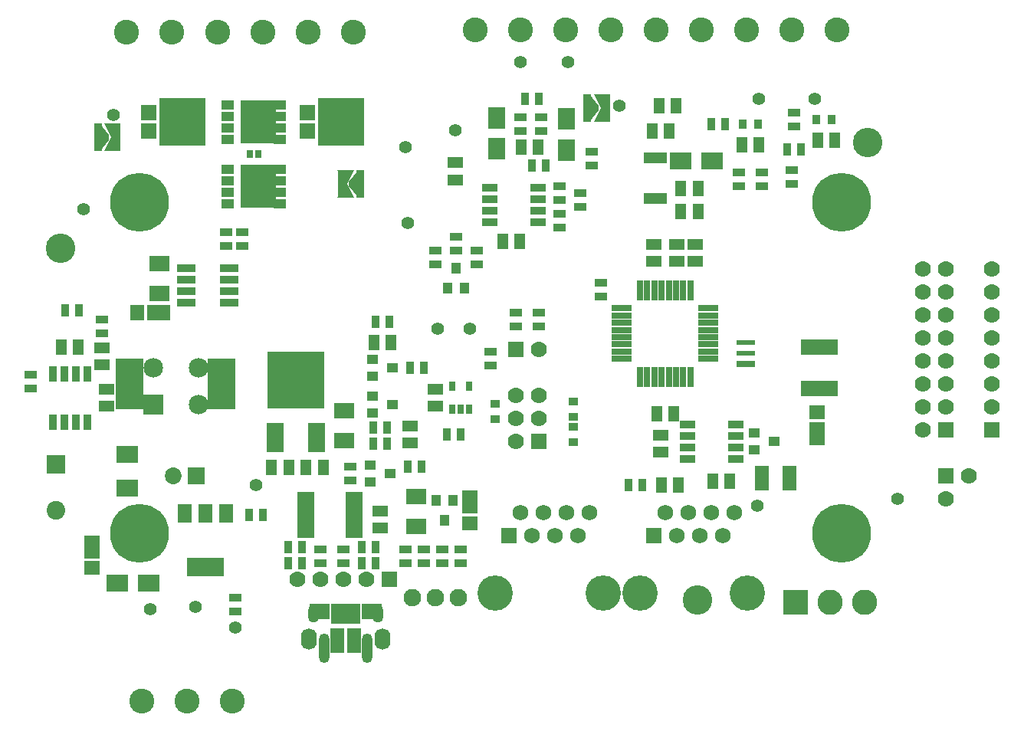
<source format=gts>
G04 (created by PCBNEW (2013-07-07 BZR 4022)-stable) date 4/21/2018 10:45:42 AM*
%MOIN*%
G04 Gerber Fmt 3.4, Leading zero omitted, Abs format*
%FSLAX34Y34*%
G01*
G70*
G90*
G04 APERTURE LIST*
%ADD10C,0.00590551*%
%ADD11R,0.11X0.11*%
%ADD12C,0.11*%
%ADD13R,0.055X0.035*%
%ADD14R,0.07X0.07*%
%ADD15C,0.07*%
%ADD16R,0.0802031X0.021148*%
%ADD17R,0.0848031X0.025748*%
%ADD18R,0.0612X0.0809*%
%ADD19R,0.1596X0.0809*%
%ADD20R,0.0494X0.0415*%
%ADD21R,0.065X0.045*%
%ADD22R,0.045X0.065*%
%ADD23R,0.035X0.055*%
%ADD24R,0.0651X0.0336*%
%ADD25R,0.0277X0.0887*%
%ADD26R,0.0887X0.0277*%
%ADD27R,0.0729921X0.0729921*%
%ADD28C,0.0729921*%
%ADD29R,0.075X0.026*%
%ADD30C,0.108425*%
%ADD31R,0.0808661X0.0808661*%
%ADD32C,0.0808661*%
%ADD33R,0.198976X0.20685*%
%ADD34R,0.0651181X0.0651181*%
%ADD35R,0.0966X0.073*%
%ADD36C,0.0395*%
%ADD37C,0.1281*%
%ADD38R,0.0336X0.0651*%
%ADD39C,0.055*%
%ADD40R,0.0206X0.0494*%
%ADD41C,0.076*%
%ADD42R,0.0769X0.0927*%
%ADD43R,0.0927X0.0769*%
%ADD44R,0.06X0.11*%
%ADD45R,0.09X0.07*%
%ADD46R,0.075X0.13*%
%ADD47R,0.25X0.25*%
%ADD48R,0.0552756X0.0395276*%
%ADD49R,0.157638X0.189528*%
%ADD50C,0.1537*%
%ADD51R,0.0691X0.0691*%
%ADD52C,0.0691*%
%ADD53C,0.255906*%
%ADD54O,0.0493701X0.0769291*%
%ADD55C,0.0277165*%
%ADD56R,0.0257X0.0336*%
%ADD57R,0.0415X0.12*%
%ADD58R,0.035X0.123*%
%ADD59R,0.0336X0.0415*%
%ADD60R,0.0415X0.0336*%
%ADD61R,0.0651181X0.100551*%
%ADD62R,0.0651181X0.0592126*%
%ADD63R,0.100551X0.0651181*%
%ADD64R,0.0592126X0.0651181*%
%ADD65C,0.085*%
%ADD66R,0.085X0.085*%
%ADD67R,0.03X0.04*%
%ADD68R,0.0415X0.0494*%
%ADD69R,0.08X0.038*%
%ADD70R,0.120236X0.218661*%
%ADD71R,0.16X0.065*%
%ADD72R,0.0641339X0.108425*%
%ADD73O,0.0690551X0.0926772*%
%ADD74R,0.0887402X0.0662992*%
%ADD75R,0.0887402X0.0674803*%
%ADD76R,0.025748X0.0887402*%
%ADD77O,0.0454331X0.12811*%
G04 APERTURE END LIST*
G54D10*
G54D11*
X64248Y-44094D03*
G54D12*
X65748Y-44094D03*
X67248Y-44094D03*
G54D13*
X55400Y-24500D03*
X55400Y-25100D03*
G54D14*
X46600Y-43100D03*
G54D15*
X45600Y-43100D03*
X44600Y-43100D03*
X43600Y-43100D03*
X42600Y-43100D03*
G54D16*
X62100Y-32787D03*
X62100Y-33260D03*
G54D17*
X62100Y-33732D03*
G54D18*
X39506Y-40219D03*
X38600Y-40219D03*
X37694Y-40219D03*
G54D19*
X38600Y-42581D03*
G54D20*
X63333Y-37100D03*
X62467Y-37475D03*
X62467Y-36725D03*
X46633Y-38500D03*
X45767Y-38875D03*
X45767Y-38125D03*
G54D21*
X46200Y-40125D03*
X46200Y-40875D03*
G54D22*
X61413Y-38833D03*
X60663Y-38833D03*
G54D21*
X47500Y-37175D03*
X47500Y-36425D03*
X59100Y-28525D03*
X59100Y-29275D03*
G54D22*
X58975Y-35910D03*
X58225Y-35910D03*
G54D14*
X53100Y-37100D03*
G54D15*
X52100Y-37100D03*
X53100Y-36100D03*
X52100Y-36100D03*
X53100Y-35100D03*
X52100Y-35100D03*
G54D23*
X42200Y-41700D03*
X42800Y-41700D03*
X46000Y-41700D03*
X45400Y-41700D03*
G54D24*
X61655Y-36350D03*
X59555Y-36350D03*
X61655Y-36850D03*
X61655Y-37350D03*
X61655Y-37850D03*
X59555Y-36850D03*
X59555Y-37350D03*
X59555Y-37850D03*
G54D25*
X59693Y-34296D03*
X59378Y-34296D03*
X59063Y-34296D03*
X58748Y-34296D03*
X58433Y-34296D03*
X58118Y-34296D03*
X57803Y-34296D03*
X57488Y-34296D03*
X57490Y-30530D03*
X59700Y-30530D03*
X59380Y-30530D03*
X59060Y-30530D03*
X58750Y-30530D03*
X58430Y-30530D03*
X58120Y-30530D03*
X57800Y-30530D03*
G54D26*
X56700Y-33512D03*
X56700Y-33198D03*
X56700Y-32882D03*
X56700Y-32568D03*
X56700Y-32252D03*
X56700Y-31938D03*
X56700Y-31622D03*
X56700Y-31308D03*
X60480Y-33510D03*
X60480Y-33200D03*
X60480Y-32880D03*
X60480Y-32570D03*
X60480Y-32260D03*
X60480Y-31940D03*
X60480Y-31620D03*
X60480Y-31300D03*
G54D21*
X34300Y-34825D03*
X34300Y-35575D03*
X59900Y-29275D03*
X59900Y-28525D03*
G54D22*
X52325Y-24300D03*
X53075Y-24300D03*
G54D27*
X38192Y-38600D03*
G54D28*
X37207Y-38600D03*
G54D29*
X42950Y-40175D03*
X42950Y-40425D03*
X42950Y-40675D03*
X42950Y-40925D03*
X45050Y-39425D03*
X42950Y-39425D03*
X42950Y-39675D03*
X42950Y-39925D03*
X45050Y-41175D03*
X45050Y-40925D03*
X45050Y-40675D03*
X45050Y-40425D03*
X45050Y-40175D03*
X45050Y-39925D03*
X42950Y-41175D03*
X45050Y-39675D03*
G54D23*
X46000Y-42400D03*
X45400Y-42400D03*
X42200Y-42400D03*
X42800Y-42400D03*
G54D22*
X42965Y-38220D03*
X43715Y-38220D03*
G54D30*
X35178Y-19300D03*
X37147Y-19300D03*
X39115Y-19300D03*
X41084Y-19300D03*
X45021Y-19300D03*
X43052Y-19300D03*
G54D22*
X60025Y-26100D03*
X59275Y-26100D03*
X33075Y-33000D03*
X32325Y-33000D03*
G54D31*
X32100Y-38115D03*
G54D32*
X32100Y-40084D03*
G54D33*
X37600Y-23200D03*
G54D34*
X36143Y-22786D03*
X36143Y-23613D03*
G54D33*
X44500Y-23200D03*
G54D34*
X43043Y-22786D03*
X43043Y-23613D03*
G54D35*
X35200Y-39148D03*
X35200Y-37652D03*
G54D13*
X44900Y-38800D03*
X44900Y-38200D03*
G54D23*
X45900Y-36500D03*
X46500Y-36500D03*
G54D13*
X44600Y-42400D03*
X44600Y-41800D03*
X43600Y-42400D03*
X43600Y-41800D03*
G54D23*
X57600Y-39000D03*
X57000Y-39000D03*
G54D13*
X52300Y-23000D03*
X52300Y-23600D03*
G54D23*
X45900Y-37200D03*
X46500Y-37200D03*
G54D13*
X49700Y-41800D03*
X49700Y-42400D03*
G54D23*
X32500Y-31400D03*
X33100Y-31400D03*
G54D13*
X31000Y-34200D03*
X31000Y-34800D03*
G54D23*
X47500Y-33900D03*
X48100Y-33900D03*
G54D13*
X39900Y-44500D03*
X39900Y-43900D03*
X39500Y-28000D03*
X39500Y-28600D03*
X40200Y-28000D03*
X40200Y-28600D03*
X51000Y-33200D03*
X51000Y-33800D03*
G54D23*
X48000Y-38200D03*
X47400Y-38200D03*
G54D36*
X60000Y-44000D03*
G54D37*
X60000Y-44000D03*
G54D38*
X33450Y-36250D03*
X33450Y-34150D03*
X32950Y-36250D03*
X32450Y-36250D03*
X31950Y-36250D03*
X32950Y-34150D03*
X32450Y-34150D03*
X31950Y-34150D03*
G54D22*
X58775Y-23600D03*
X58025Y-23600D03*
G54D13*
X53200Y-23000D03*
X53200Y-23600D03*
G54D39*
X40800Y-39000D03*
G54D24*
X53050Y-26050D03*
X50950Y-26050D03*
X53050Y-26550D03*
X53050Y-27050D03*
X53050Y-27550D03*
X50950Y-26550D03*
X50950Y-27050D03*
X50950Y-27550D03*
G54D40*
X57750Y-26525D03*
X57950Y-26525D03*
X58150Y-26525D03*
X58350Y-26525D03*
X58550Y-26525D03*
X58550Y-24775D03*
X58350Y-24775D03*
X58150Y-24775D03*
X57950Y-24775D03*
X57750Y-24775D03*
G54D13*
X54000Y-26000D03*
X54000Y-26600D03*
X54000Y-27800D03*
X54000Y-27200D03*
G54D22*
X58325Y-22500D03*
X59075Y-22500D03*
X60025Y-27100D03*
X59275Y-27100D03*
G54D13*
X48900Y-41800D03*
X48900Y-42400D03*
G54D41*
X49600Y-43900D03*
X48600Y-43900D03*
X47600Y-43900D03*
G54D22*
X52275Y-28400D03*
X51525Y-28400D03*
G54D14*
X70800Y-38600D03*
G54D15*
X70800Y-39600D03*
G54D42*
X51250Y-24381D03*
X51250Y-23019D03*
X54300Y-24431D03*
X54300Y-23069D03*
G54D43*
X34769Y-43250D03*
X36131Y-43250D03*
X59269Y-24900D03*
X60631Y-24900D03*
G54D44*
X64000Y-38700D03*
X62800Y-38700D03*
G54D21*
X58400Y-37575D03*
X58400Y-36825D03*
G54D22*
X41465Y-38220D03*
X42215Y-38220D03*
G54D45*
X44640Y-35770D03*
X44640Y-37070D03*
G54D46*
X41640Y-36920D03*
G54D47*
X42540Y-34420D03*
G54D46*
X43440Y-36920D03*
G54D48*
X39579Y-25250D03*
X39579Y-25750D03*
X39579Y-26250D03*
X39579Y-26750D03*
X41820Y-26750D03*
X41820Y-26250D03*
X41820Y-25750D03*
X41820Y-25250D03*
G54D49*
X40908Y-26000D03*
G54D48*
X39579Y-22450D03*
X39579Y-22950D03*
X39579Y-23450D03*
X39579Y-23950D03*
X41820Y-23950D03*
X41820Y-23450D03*
X41820Y-22950D03*
X41820Y-22450D03*
G54D49*
X40908Y-23200D03*
G54D13*
X48100Y-41800D03*
X48100Y-42400D03*
G54D50*
X62180Y-43700D03*
X57507Y-43700D03*
G54D51*
X58092Y-41200D03*
G54D52*
X58592Y-40200D03*
X59092Y-41200D03*
X59592Y-40200D03*
X60092Y-41200D03*
X60592Y-40200D03*
X61092Y-41200D03*
X61592Y-40200D03*
G54D50*
X55881Y-43700D03*
X51208Y-43700D03*
G54D51*
X51793Y-41200D03*
G54D52*
X52293Y-40200D03*
X52793Y-41200D03*
X53293Y-40200D03*
X53793Y-41200D03*
X54293Y-40200D03*
X54793Y-41200D03*
X55293Y-40200D03*
G54D13*
X52100Y-31500D03*
X52100Y-32100D03*
X53100Y-31500D03*
X53100Y-32100D03*
G54D14*
X52100Y-33100D03*
G54D15*
X53100Y-33100D03*
G54D53*
X66255Y-26714D03*
X66255Y-41085D03*
X35744Y-26714D03*
X35744Y-41085D03*
G54D54*
X46107Y-44600D03*
X43292Y-44600D03*
G54D55*
X44955Y-44292D03*
X44700Y-44796D03*
X44444Y-44292D03*
X44188Y-44796D03*
X45211Y-44796D03*
G54D56*
X40543Y-24590D03*
X40897Y-24590D03*
G54D15*
X70800Y-29600D03*
X70800Y-30600D03*
X70800Y-31600D03*
X70800Y-32600D03*
X70800Y-33600D03*
X70800Y-34600D03*
X70800Y-35600D03*
G54D14*
X70800Y-36600D03*
X72800Y-36600D03*
G54D15*
X72800Y-35600D03*
X72800Y-34600D03*
X72800Y-33600D03*
X72800Y-32600D03*
X72800Y-31600D03*
X72800Y-30600D03*
X72800Y-29600D03*
X69800Y-29600D03*
X69800Y-30600D03*
X69800Y-31600D03*
X69800Y-32600D03*
X69800Y-33600D03*
X69800Y-34600D03*
X69800Y-35600D03*
X69800Y-36600D03*
G54D20*
X46733Y-35500D03*
X45867Y-35875D03*
X45867Y-35125D03*
G54D45*
X47750Y-39500D03*
X47750Y-40800D03*
G54D21*
X58100Y-28525D03*
X58100Y-29275D03*
G54D20*
X46733Y-33900D03*
X45867Y-34275D03*
X45867Y-33525D03*
G54D22*
X46675Y-32800D03*
X45925Y-32800D03*
X59175Y-39000D03*
X58425Y-39000D03*
G54D10*
G36*
X55282Y-23215D02*
X55282Y-21985D01*
X55697Y-22485D01*
X55697Y-22715D01*
X55282Y-23215D01*
X55282Y-23215D01*
G37*
G54D57*
X55990Y-22600D03*
G54D58*
X55210Y-22600D03*
G54D10*
G36*
X55482Y-23200D02*
X55782Y-22600D01*
X55897Y-22600D01*
X56197Y-23200D01*
X55482Y-23200D01*
X55482Y-23200D01*
G37*
G36*
X56197Y-22000D02*
X55897Y-22600D01*
X55782Y-22600D01*
X55482Y-22000D01*
X56197Y-22000D01*
X56197Y-22000D01*
G37*
G36*
X33992Y-24495D02*
X33992Y-23265D01*
X34407Y-23765D01*
X34407Y-23995D01*
X33992Y-24495D01*
X33992Y-24495D01*
G37*
G54D57*
X34700Y-23880D03*
G54D58*
X33920Y-23880D03*
G54D10*
G36*
X34192Y-24480D02*
X34492Y-23880D01*
X34607Y-23880D01*
X34907Y-24480D01*
X34192Y-24480D01*
X34192Y-24480D01*
G37*
G36*
X34907Y-23280D02*
X34607Y-23880D01*
X34492Y-23880D01*
X34192Y-23280D01*
X34907Y-23280D01*
X34907Y-23280D01*
G37*
G54D59*
X65165Y-23100D03*
X65835Y-23100D03*
X62635Y-23300D03*
X61965Y-23300D03*
G54D60*
X54600Y-36035D03*
X54600Y-35365D03*
X51200Y-36135D03*
X51200Y-35465D03*
X54600Y-37135D03*
X54600Y-36465D03*
G54D61*
X33650Y-41697D03*
G54D62*
X33650Y-42612D03*
G54D63*
X36552Y-31500D03*
G54D64*
X35637Y-31500D03*
G54D45*
X36600Y-29350D03*
X36600Y-30650D03*
G54D21*
X48600Y-34825D03*
X48600Y-35575D03*
X34100Y-33025D03*
X34100Y-33775D03*
G54D22*
X62675Y-24200D03*
X61925Y-24200D03*
X65225Y-24000D03*
X65975Y-24000D03*
G54D13*
X61800Y-26000D03*
X61800Y-25400D03*
G54D23*
X52800Y-25100D03*
X53400Y-25100D03*
G54D13*
X34100Y-32400D03*
X34100Y-31800D03*
G54D23*
X41100Y-40300D03*
X40500Y-40300D03*
G54D13*
X54900Y-26300D03*
X54900Y-26900D03*
X55800Y-30200D03*
X55800Y-30800D03*
G54D23*
X63900Y-24400D03*
X64500Y-24400D03*
G54D13*
X49500Y-28800D03*
X49500Y-28200D03*
G54D23*
X49700Y-36800D03*
X49100Y-36800D03*
X60600Y-23300D03*
X61200Y-23300D03*
G54D13*
X62800Y-25400D03*
X62800Y-26000D03*
X64100Y-25300D03*
X64100Y-25900D03*
G54D23*
X46000Y-31900D03*
X46600Y-31900D03*
G54D13*
X64200Y-22800D03*
X64200Y-23400D03*
X47300Y-41800D03*
X47300Y-42400D03*
G54D65*
X38284Y-33913D03*
X38284Y-35487D03*
G54D66*
X36316Y-35487D03*
G54D65*
X36316Y-33913D03*
G54D39*
X49450Y-23550D03*
G54D67*
X49325Y-35700D03*
X50075Y-35700D03*
X49325Y-34700D03*
X49700Y-35700D03*
X50075Y-34700D03*
G54D68*
X49500Y-29567D03*
X49875Y-30433D03*
X49125Y-30433D03*
G54D21*
X49450Y-24975D03*
X49450Y-25725D03*
G54D13*
X48600Y-29400D03*
X48600Y-28800D03*
X50400Y-28800D03*
X50400Y-29400D03*
G54D69*
X39625Y-31050D03*
X39625Y-30550D03*
X39625Y-30050D03*
X39625Y-29550D03*
X37775Y-29550D03*
X37775Y-30050D03*
X37775Y-30550D03*
X37775Y-31050D03*
G54D70*
X35311Y-34600D03*
X39288Y-34600D03*
G54D39*
X39900Y-45200D03*
X38150Y-44300D03*
X56600Y-22500D03*
X54350Y-20600D03*
X52300Y-20600D03*
X36200Y-44400D03*
X48700Y-32200D03*
X47300Y-24300D03*
X47400Y-27600D03*
X33300Y-27000D03*
X34600Y-22900D03*
X50100Y-32200D03*
G54D36*
X67400Y-24100D03*
G54D37*
X67400Y-24100D03*
G54D36*
X32300Y-28700D03*
G54D37*
X32300Y-28700D03*
G54D23*
X53100Y-22200D03*
X52500Y-22200D03*
G54D10*
G36*
X45257Y-25285D02*
X45257Y-26515D01*
X44842Y-26015D01*
X44842Y-25785D01*
X45257Y-25285D01*
X45257Y-25285D01*
G37*
G54D57*
X44550Y-25900D03*
G54D58*
X45330Y-25900D03*
G54D10*
G36*
X45057Y-25300D02*
X44757Y-25900D01*
X44642Y-25900D01*
X44342Y-25300D01*
X45057Y-25300D01*
X45057Y-25300D01*
G37*
G36*
X44342Y-26500D02*
X44642Y-25900D01*
X44757Y-25900D01*
X45057Y-26500D01*
X44342Y-26500D01*
X44342Y-26500D01*
G37*
G54D61*
X65200Y-36752D03*
G54D62*
X65200Y-35837D03*
G54D61*
X50100Y-39747D03*
G54D62*
X50100Y-40662D03*
G54D71*
X65300Y-34800D03*
X65300Y-33000D03*
G54D39*
X65100Y-22200D03*
X62650Y-22200D03*
G54D68*
X49000Y-40533D03*
X48625Y-39667D03*
X49375Y-39667D03*
G54D30*
X39768Y-48400D03*
X35831Y-48400D03*
X37800Y-48400D03*
X66074Y-19200D03*
X64105Y-19200D03*
X62137Y-19200D03*
X60168Y-19200D03*
X58200Y-19200D03*
X56231Y-19200D03*
X54262Y-19200D03*
X50325Y-19200D03*
X52294Y-19200D03*
G54D14*
X70800Y-38600D03*
G54D15*
X71800Y-38600D03*
G54D39*
X68700Y-39600D03*
X62600Y-39900D03*
G54D72*
X44330Y-45778D03*
X45069Y-45778D03*
G54D73*
X43085Y-45700D03*
G54D74*
X45841Y-44487D03*
G54D75*
X43558Y-44487D03*
G54D76*
X44188Y-44597D03*
X44444Y-44597D03*
X44700Y-44597D03*
X44956Y-44597D03*
X45212Y-44597D03*
G54D73*
X46314Y-45700D03*
G54D77*
X43764Y-46113D03*
X45635Y-46113D03*
M02*

</source>
